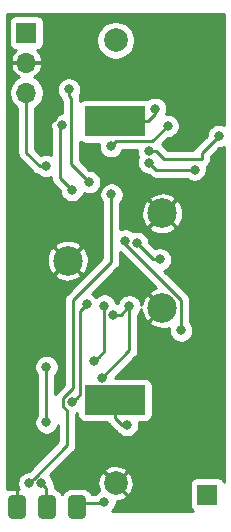
<source format=gbr>
G04 #@! TF.GenerationSoftware,KiCad,Pcbnew,(5.1.5)-3*
G04 #@! TF.CreationDate,2020-01-09T06:37:15+01:00*
G04 #@! TF.ProjectId,LoraTrigger,4c6f7261-5472-4696-9767-65722e6b6963,rev?*
G04 #@! TF.SameCoordinates,Original*
G04 #@! TF.FileFunction,Copper,L2,Bot*
G04 #@! TF.FilePolarity,Positive*
%FSLAX46Y46*%
G04 Gerber Fmt 4.6, Leading zero omitted, Abs format (unit mm)*
G04 Created by KiCad (PCBNEW (5.1.5)-3) date 2020-01-09 06:37:15*
%MOMM*%
%LPD*%
G04 APERTURE LIST*
%ADD10C,2.000000*%
%ADD11C,0.100000*%
%ADD12R,1.700000X1.700000*%
%ADD13O,1.700000X1.700000*%
%ADD14C,2.500000*%
%ADD15R,5.100000X2.500000*%
%ADD16C,0.800000*%
%ADD17C,0.250000*%
%ADD18C,0.254000*%
G04 APERTURE END LIST*
D10*
X108450000Y-42050000D03*
X108450000Y-79550000D03*
G04 #@! TA.AperFunction,ConnectorPad*
D11*
G36*
X100521756Y-80553806D02*
G01*
X100558159Y-80559206D01*
X100593857Y-80568147D01*
X100628506Y-80580545D01*
X100661774Y-80596280D01*
X100693339Y-80615199D01*
X100722897Y-80637121D01*
X100750165Y-80661835D01*
X100774879Y-80689103D01*
X100796801Y-80718661D01*
X100815720Y-80750226D01*
X100831455Y-80783494D01*
X100843853Y-80818143D01*
X100852794Y-80853841D01*
X100858194Y-80890244D01*
X100860000Y-80927000D01*
X100860000Y-82177000D01*
X100858194Y-82213756D01*
X100852794Y-82250159D01*
X100843853Y-82285857D01*
X100831455Y-82320506D01*
X100815720Y-82353774D01*
X100796801Y-82385339D01*
X100774879Y-82414897D01*
X100750165Y-82442165D01*
X100722897Y-82466879D01*
X100693339Y-82488801D01*
X100661774Y-82507720D01*
X100628506Y-82523455D01*
X100593857Y-82535853D01*
X100558159Y-82544794D01*
X100521756Y-82550194D01*
X100485000Y-82552000D01*
X99735000Y-82552000D01*
X99698244Y-82550194D01*
X99661841Y-82544794D01*
X99626143Y-82535853D01*
X99591494Y-82523455D01*
X99558226Y-82507720D01*
X99526661Y-82488801D01*
X99497103Y-82466879D01*
X99469835Y-82442165D01*
X99445121Y-82414897D01*
X99423199Y-82385339D01*
X99404280Y-82353774D01*
X99388545Y-82320506D01*
X99376147Y-82285857D01*
X99367206Y-82250159D01*
X99361806Y-82213756D01*
X99360000Y-82177000D01*
X99360000Y-80927000D01*
X99361806Y-80890244D01*
X99367206Y-80853841D01*
X99376147Y-80818143D01*
X99388545Y-80783494D01*
X99404280Y-80750226D01*
X99423199Y-80718661D01*
X99445121Y-80689103D01*
X99469835Y-80661835D01*
X99497103Y-80637121D01*
X99526661Y-80615199D01*
X99558226Y-80596280D01*
X99591494Y-80580545D01*
X99626143Y-80568147D01*
X99661841Y-80559206D01*
X99698244Y-80553806D01*
X99735000Y-80552000D01*
X100485000Y-80552000D01*
X100521756Y-80553806D01*
G37*
G04 #@! TD.AperFunction*
G04 #@! TA.AperFunction,ConnectorPad*
G36*
X105601756Y-80553806D02*
G01*
X105638159Y-80559206D01*
X105673857Y-80568147D01*
X105708506Y-80580545D01*
X105741774Y-80596280D01*
X105773339Y-80615199D01*
X105802897Y-80637121D01*
X105830165Y-80661835D01*
X105854879Y-80689103D01*
X105876801Y-80718661D01*
X105895720Y-80750226D01*
X105911455Y-80783494D01*
X105923853Y-80818143D01*
X105932794Y-80853841D01*
X105938194Y-80890244D01*
X105940000Y-80927000D01*
X105940000Y-82177000D01*
X105938194Y-82213756D01*
X105932794Y-82250159D01*
X105923853Y-82285857D01*
X105911455Y-82320506D01*
X105895720Y-82353774D01*
X105876801Y-82385339D01*
X105854879Y-82414897D01*
X105830165Y-82442165D01*
X105802897Y-82466879D01*
X105773339Y-82488801D01*
X105741774Y-82507720D01*
X105708506Y-82523455D01*
X105673857Y-82535853D01*
X105638159Y-82544794D01*
X105601756Y-82550194D01*
X105565000Y-82552000D01*
X104815000Y-82552000D01*
X104778244Y-82550194D01*
X104741841Y-82544794D01*
X104706143Y-82535853D01*
X104671494Y-82523455D01*
X104638226Y-82507720D01*
X104606661Y-82488801D01*
X104577103Y-82466879D01*
X104549835Y-82442165D01*
X104525121Y-82414897D01*
X104503199Y-82385339D01*
X104484280Y-82353774D01*
X104468545Y-82320506D01*
X104456147Y-82285857D01*
X104447206Y-82250159D01*
X104441806Y-82213756D01*
X104440000Y-82177000D01*
X104440000Y-80927000D01*
X104441806Y-80890244D01*
X104447206Y-80853841D01*
X104456147Y-80818143D01*
X104468545Y-80783494D01*
X104484280Y-80750226D01*
X104503199Y-80718661D01*
X104525121Y-80689103D01*
X104549835Y-80661835D01*
X104577103Y-80637121D01*
X104606661Y-80615199D01*
X104638226Y-80596280D01*
X104671494Y-80580545D01*
X104706143Y-80568147D01*
X104741841Y-80559206D01*
X104778244Y-80553806D01*
X104815000Y-80552000D01*
X105565000Y-80552000D01*
X105601756Y-80553806D01*
G37*
G04 #@! TD.AperFunction*
G04 #@! TA.AperFunction,ConnectorPad*
G36*
X103061756Y-80553806D02*
G01*
X103098159Y-80559206D01*
X103133857Y-80568147D01*
X103168506Y-80580545D01*
X103201774Y-80596280D01*
X103233339Y-80615199D01*
X103262897Y-80637121D01*
X103290165Y-80661835D01*
X103314879Y-80689103D01*
X103336801Y-80718661D01*
X103355720Y-80750226D01*
X103371455Y-80783494D01*
X103383853Y-80818143D01*
X103392794Y-80853841D01*
X103398194Y-80890244D01*
X103400000Y-80927000D01*
X103400000Y-82177000D01*
X103398194Y-82213756D01*
X103392794Y-82250159D01*
X103383853Y-82285857D01*
X103371455Y-82320506D01*
X103355720Y-82353774D01*
X103336801Y-82385339D01*
X103314879Y-82414897D01*
X103290165Y-82442165D01*
X103262897Y-82466879D01*
X103233339Y-82488801D01*
X103201774Y-82507720D01*
X103168506Y-82523455D01*
X103133857Y-82535853D01*
X103098159Y-82544794D01*
X103061756Y-82550194D01*
X103025000Y-82552000D01*
X102275000Y-82552000D01*
X102238244Y-82550194D01*
X102201841Y-82544794D01*
X102166143Y-82535853D01*
X102131494Y-82523455D01*
X102098226Y-82507720D01*
X102066661Y-82488801D01*
X102037103Y-82466879D01*
X102009835Y-82442165D01*
X101985121Y-82414897D01*
X101963199Y-82385339D01*
X101944280Y-82353774D01*
X101928545Y-82320506D01*
X101916147Y-82285857D01*
X101907206Y-82250159D01*
X101901806Y-82213756D01*
X101900000Y-82177000D01*
X101900000Y-80927000D01*
X101901806Y-80890244D01*
X101907206Y-80853841D01*
X101916147Y-80818143D01*
X101928545Y-80783494D01*
X101944280Y-80750226D01*
X101963199Y-80718661D01*
X101985121Y-80689103D01*
X102009835Y-80661835D01*
X102037103Y-80637121D01*
X102066661Y-80615199D01*
X102098226Y-80596280D01*
X102131494Y-80580545D01*
X102166143Y-80568147D01*
X102201841Y-80559206D01*
X102238244Y-80553806D01*
X102275000Y-80552000D01*
X103025000Y-80552000D01*
X103061756Y-80553806D01*
G37*
G04 #@! TD.AperFunction*
D12*
X116205000Y-80518000D03*
D13*
X100900000Y-46480000D03*
X100900000Y-43940000D03*
D12*
X100900000Y-41400000D03*
D14*
X104400000Y-60700000D03*
D15*
X108400000Y-72500000D03*
X108400000Y-48900000D03*
D14*
X112400000Y-56700000D03*
X112400000Y-64700000D03*
D16*
X106000000Y-64400000D03*
X104747677Y-72692688D03*
X107500000Y-64500000D03*
X106612547Y-69219717D03*
X110250013Y-59220854D03*
X112200000Y-60600000D03*
X102600000Y-69700000D03*
X102600000Y-74400000D03*
X102162660Y-79562660D03*
X108253338Y-65284932D03*
X109611190Y-64563490D03*
X107300000Y-70600000D03*
X114000000Y-66600000D03*
X109265026Y-59012453D03*
X101150000Y-79550000D03*
X108100000Y-55100000D03*
X100200000Y-57500000D03*
X114200000Y-55150000D03*
X99650000Y-78550000D03*
X114150000Y-75250000D03*
X116600000Y-59600000D03*
X116250000Y-47950000D03*
X115650000Y-40700000D03*
X112750000Y-40700000D03*
X107000000Y-45200000D03*
X104300000Y-43500000D03*
X100350000Y-52800000D03*
X100450000Y-61850000D03*
X103192193Y-48597503D03*
X105050000Y-40250000D03*
X104950000Y-41700000D03*
X115050000Y-58550000D03*
X107500000Y-81100000D03*
X109400000Y-74600000D03*
X111800000Y-47850000D03*
X102600000Y-52700000D03*
X117200000Y-50150000D03*
X111300000Y-51400000D03*
X108050000Y-51000000D03*
X112850000Y-49300000D03*
X111300000Y-52400000D03*
X115150000Y-53000000D03*
X104750000Y-54700000D03*
X103950000Y-49250000D03*
X106200000Y-54050000D03*
X104500000Y-46200000D03*
D17*
X106000000Y-64400000D02*
X105454989Y-64945011D01*
X105147676Y-72292689D02*
X104747677Y-72692688D01*
X105454989Y-64945011D02*
X105454989Y-71985376D01*
X105454989Y-71985376D02*
X105147676Y-72292689D01*
X107012546Y-68819718D02*
X106612547Y-69219717D01*
X107500000Y-64500000D02*
X107500000Y-68332264D01*
X107500000Y-68332264D02*
X107012546Y-68819718D01*
X111629159Y-60600000D02*
X112200000Y-60600000D01*
X110250013Y-59220854D02*
X111629159Y-60600000D01*
X102600000Y-69700000D02*
X102600000Y-74400000D01*
X102562659Y-79962659D02*
X102162660Y-79562660D01*
X102600000Y-80000000D02*
X102562659Y-79962659D01*
X102600000Y-81252000D02*
X102600000Y-80000000D01*
X108253338Y-65284932D02*
X108889748Y-65284932D01*
X108889748Y-65284932D02*
X109611190Y-64563490D01*
X109611190Y-64563490D02*
X109611190Y-68288810D01*
X109611190Y-68288810D02*
X107300000Y-70600000D01*
X114000000Y-66600000D02*
X114000000Y-64043843D01*
X109265026Y-59308869D02*
X109265026Y-59012453D01*
X114000000Y-64043843D02*
X109265026Y-59308869D01*
X101549999Y-79150001D02*
X101150000Y-79550000D01*
X108100000Y-55100000D02*
X108100000Y-60800000D01*
X104374998Y-76325002D02*
X101549999Y-79150001D01*
X104850000Y-64050000D02*
X104850000Y-71517363D01*
X104374998Y-73393011D02*
X104374998Y-76325002D01*
X108100000Y-60800000D02*
X104850000Y-64050000D01*
X104022676Y-73040689D02*
X104374998Y-73393011D01*
X104022676Y-72344687D02*
X104022676Y-73040689D01*
X104850000Y-71517363D02*
X104022676Y-72344687D01*
X100060000Y-81252000D02*
X100060000Y-81210000D01*
X100060000Y-81252000D02*
X100048000Y-81252000D01*
X105140000Y-81252000D02*
X107348000Y-81252000D01*
X107348000Y-81252000D02*
X107500000Y-81100000D01*
X109250000Y-49850000D02*
X109800000Y-49300000D01*
X109000000Y-74600000D02*
X109400000Y-74600000D01*
X108400000Y-72500000D02*
X108400000Y-74000000D01*
X108400000Y-74000000D02*
X109000000Y-74600000D01*
X111800000Y-48300000D02*
X111800000Y-47850000D01*
X108400000Y-48900000D02*
X111200000Y-48900000D01*
X111200000Y-48900000D02*
X111800000Y-48300000D01*
X100900000Y-47682081D02*
X100900000Y-46480000D01*
X102034315Y-52700000D02*
X100900000Y-51565685D01*
X100900000Y-51565685D02*
X100900000Y-47682081D01*
X102600000Y-52700000D02*
X102034315Y-52700000D01*
X116900000Y-50450000D02*
X117200000Y-50150000D01*
X111865685Y-51400000D02*
X112565685Y-52100000D01*
X111300000Y-51400000D02*
X111865685Y-51400000D01*
X112565685Y-52100000D02*
X115750000Y-52100000D01*
X115750000Y-51600000D02*
X117200000Y-50150000D01*
X115750000Y-52100000D02*
X115750000Y-51600000D01*
X111549999Y-50600001D02*
X112850000Y-49300000D01*
X108449999Y-50600001D02*
X111549999Y-50600001D01*
X108050000Y-51000000D02*
X108449999Y-50600001D01*
X111300000Y-52400000D02*
X111900000Y-53000000D01*
X111900000Y-53000000D02*
X115150000Y-53000000D01*
X103774990Y-53724990D02*
X103774990Y-51115685D01*
X104750000Y-54700000D02*
X103774990Y-53724990D01*
X103774990Y-51115685D02*
X103774990Y-49425010D01*
X103774990Y-49425010D02*
X103950000Y-49250000D01*
X104675002Y-52525002D02*
X104675002Y-46940687D01*
X104675002Y-46940687D02*
X104500000Y-46765685D01*
X104500000Y-46765685D02*
X104500000Y-46200000D01*
X106200000Y-54050000D02*
X104675002Y-52525002D01*
D18*
G36*
X117640000Y-49211978D02*
G01*
X117501898Y-49154774D01*
X117301939Y-49115000D01*
X117098061Y-49115000D01*
X116898102Y-49154774D01*
X116709744Y-49232795D01*
X116540226Y-49346063D01*
X116396063Y-49490226D01*
X116282795Y-49659744D01*
X116204774Y-49848102D01*
X116165000Y-50048061D01*
X116165000Y-50110198D01*
X115238998Y-51036201D01*
X115210000Y-51059999D01*
X115115026Y-51175724D01*
X115044454Y-51307753D01*
X115034672Y-51340000D01*
X112880487Y-51340000D01*
X112429488Y-50889002D01*
X112405686Y-50859999D01*
X112383231Y-50841570D01*
X112889802Y-50335000D01*
X112951939Y-50335000D01*
X113151898Y-50295226D01*
X113340256Y-50217205D01*
X113509774Y-50103937D01*
X113653937Y-49959774D01*
X113767205Y-49790256D01*
X113845226Y-49601898D01*
X113885000Y-49401939D01*
X113885000Y-49198061D01*
X113845226Y-48998102D01*
X113767205Y-48809744D01*
X113653937Y-48640226D01*
X113509774Y-48496063D01*
X113340256Y-48382795D01*
X113151898Y-48304774D01*
X112951939Y-48265000D01*
X112748377Y-48265000D01*
X112795226Y-48151898D01*
X112835000Y-47951939D01*
X112835000Y-47748061D01*
X112795226Y-47548102D01*
X112717205Y-47359744D01*
X112603937Y-47190226D01*
X112459774Y-47046063D01*
X112290256Y-46932795D01*
X112101898Y-46854774D01*
X111901939Y-46815000D01*
X111698061Y-46815000D01*
X111498102Y-46854774D01*
X111309744Y-46932795D01*
X111142214Y-47044734D01*
X111074482Y-47024188D01*
X110950000Y-47011928D01*
X105850000Y-47011928D01*
X105725518Y-47024188D01*
X105605820Y-47060498D01*
X105495506Y-47119463D01*
X105435002Y-47169117D01*
X105435002Y-46978009D01*
X105438678Y-46940686D01*
X105435002Y-46903363D01*
X105435002Y-46903354D01*
X105424005Y-46791701D01*
X105400718Y-46714931D01*
X105417205Y-46690256D01*
X105495226Y-46501898D01*
X105535000Y-46301939D01*
X105535000Y-46098061D01*
X105495226Y-45898102D01*
X105417205Y-45709744D01*
X105303937Y-45540226D01*
X105159774Y-45396063D01*
X104990256Y-45282795D01*
X104801898Y-45204774D01*
X104601939Y-45165000D01*
X104398061Y-45165000D01*
X104198102Y-45204774D01*
X104009744Y-45282795D01*
X103840226Y-45396063D01*
X103696063Y-45540226D01*
X103582795Y-45709744D01*
X103504774Y-45898102D01*
X103465000Y-46098061D01*
X103465000Y-46301939D01*
X103504774Y-46501898D01*
X103582795Y-46690256D01*
X103696063Y-46859774D01*
X103751014Y-46914725D01*
X103790854Y-47046063D01*
X103794454Y-47057931D01*
X103865026Y-47189961D01*
X103885597Y-47215026D01*
X103915003Y-47250858D01*
X103915003Y-48215000D01*
X103848061Y-48215000D01*
X103648102Y-48254774D01*
X103459744Y-48332795D01*
X103290226Y-48446063D01*
X103146063Y-48590226D01*
X103032795Y-48759744D01*
X102954774Y-48948102D01*
X102915000Y-49148061D01*
X102915000Y-49351939D01*
X102954774Y-49551898D01*
X103014991Y-49697273D01*
X103014990Y-51153017D01*
X103014991Y-51153027D01*
X103014991Y-51751619D01*
X102901898Y-51704774D01*
X102701939Y-51665000D01*
X102498061Y-51665000D01*
X102298102Y-51704774D01*
X102167845Y-51758729D01*
X101660000Y-51250884D01*
X101660000Y-47758178D01*
X101846632Y-47633475D01*
X102053475Y-47426632D01*
X102215990Y-47183411D01*
X102327932Y-46913158D01*
X102385000Y-46626260D01*
X102385000Y-46333740D01*
X102327932Y-46046842D01*
X102215990Y-45776589D01*
X102053475Y-45533368D01*
X101846632Y-45326525D01*
X101603411Y-45164010D01*
X101555471Y-45144153D01*
X101638991Y-45101905D01*
X101851468Y-44935409D01*
X102027380Y-44730660D01*
X102159968Y-44495527D01*
X102244136Y-44239045D01*
X102256259Y-44178097D01*
X102145038Y-43963000D01*
X100923000Y-43963000D01*
X100923000Y-43983000D01*
X100877000Y-43983000D01*
X100877000Y-43963000D01*
X99654962Y-43963000D01*
X99543741Y-44178097D01*
X99555864Y-44239045D01*
X99640032Y-44495527D01*
X99772620Y-44730660D01*
X99948532Y-44935409D01*
X100161009Y-45101905D01*
X100244529Y-45144153D01*
X100196589Y-45164010D01*
X99953368Y-45326525D01*
X99746525Y-45533368D01*
X99584010Y-45776589D01*
X99472068Y-46046842D01*
X99415000Y-46333740D01*
X99415000Y-46626260D01*
X99472068Y-46913158D01*
X99584010Y-47183411D01*
X99746525Y-47426632D01*
X99953368Y-47633475D01*
X100140001Y-47758179D01*
X100140000Y-51528362D01*
X100136324Y-51565685D01*
X100140000Y-51603007D01*
X100140000Y-51603017D01*
X100150997Y-51714670D01*
X100194454Y-51857931D01*
X100265026Y-51989961D01*
X100277183Y-52004774D01*
X100359999Y-52105686D01*
X100389002Y-52129489D01*
X101470516Y-53211003D01*
X101494314Y-53240001D01*
X101610039Y-53334974D01*
X101742068Y-53405546D01*
X101885276Y-53448987D01*
X101940226Y-53503937D01*
X102109744Y-53617205D01*
X102298102Y-53695226D01*
X102498061Y-53735000D01*
X102701939Y-53735000D01*
X102901898Y-53695226D01*
X103014990Y-53648381D01*
X103014990Y-53687667D01*
X103011314Y-53724990D01*
X103014990Y-53762312D01*
X103014990Y-53762322D01*
X103025987Y-53873975D01*
X103069444Y-54017236D01*
X103140016Y-54149266D01*
X103142210Y-54151939D01*
X103234989Y-54264991D01*
X103263992Y-54288794D01*
X103715000Y-54739801D01*
X103715000Y-54801939D01*
X103754774Y-55001898D01*
X103832795Y-55190256D01*
X103946063Y-55359774D01*
X104090226Y-55503937D01*
X104259744Y-55617205D01*
X104448102Y-55695226D01*
X104648061Y-55735000D01*
X104851939Y-55735000D01*
X105051898Y-55695226D01*
X105240256Y-55617205D01*
X105409774Y-55503937D01*
X105553937Y-55359774D01*
X105667205Y-55190256D01*
X105745226Y-55001898D01*
X105748901Y-54983424D01*
X105898102Y-55045226D01*
X106098061Y-55085000D01*
X106301939Y-55085000D01*
X106501898Y-55045226D01*
X106690256Y-54967205D01*
X106859774Y-54853937D01*
X107003937Y-54709774D01*
X107117205Y-54540256D01*
X107195226Y-54351898D01*
X107235000Y-54151939D01*
X107235000Y-53948061D01*
X107195226Y-53748102D01*
X107117205Y-53559744D01*
X107003937Y-53390226D01*
X106859774Y-53246063D01*
X106690256Y-53132795D01*
X106501898Y-53054774D01*
X106301939Y-53015000D01*
X106239802Y-53015000D01*
X105435002Y-52210201D01*
X105435002Y-50630883D01*
X105495506Y-50680537D01*
X105605820Y-50739502D01*
X105725518Y-50775812D01*
X105850000Y-50788072D01*
X107036878Y-50788072D01*
X107015000Y-50898061D01*
X107015000Y-51101939D01*
X107054774Y-51301898D01*
X107132795Y-51490256D01*
X107246063Y-51659774D01*
X107390226Y-51803937D01*
X107559744Y-51917205D01*
X107748102Y-51995226D01*
X107948061Y-52035000D01*
X108151939Y-52035000D01*
X108351898Y-51995226D01*
X108540256Y-51917205D01*
X108709774Y-51803937D01*
X108853937Y-51659774D01*
X108967205Y-51490256D01*
X109021159Y-51360001D01*
X110265000Y-51360001D01*
X110265000Y-51501939D01*
X110304774Y-51701898D01*
X110382795Y-51890256D01*
X110389306Y-51900000D01*
X110382795Y-51909744D01*
X110304774Y-52098102D01*
X110265000Y-52298061D01*
X110265000Y-52501939D01*
X110304774Y-52701898D01*
X110382795Y-52890256D01*
X110496063Y-53059774D01*
X110640226Y-53203937D01*
X110809744Y-53317205D01*
X110998102Y-53395226D01*
X111198061Y-53435000D01*
X111260198Y-53435000D01*
X111336200Y-53511002D01*
X111359999Y-53540001D01*
X111388997Y-53563799D01*
X111475723Y-53634974D01*
X111588446Y-53695226D01*
X111607753Y-53705546D01*
X111751014Y-53749003D01*
X111862667Y-53760000D01*
X111862676Y-53760000D01*
X111899999Y-53763676D01*
X111937322Y-53760000D01*
X114446289Y-53760000D01*
X114490226Y-53803937D01*
X114659744Y-53917205D01*
X114848102Y-53995226D01*
X115048061Y-54035000D01*
X115251939Y-54035000D01*
X115451898Y-53995226D01*
X115640256Y-53917205D01*
X115809774Y-53803937D01*
X115953937Y-53659774D01*
X116067205Y-53490256D01*
X116145226Y-53301898D01*
X116185000Y-53101939D01*
X116185000Y-52898061D01*
X116154647Y-52745466D01*
X116174276Y-52734974D01*
X116290001Y-52640001D01*
X116384974Y-52524276D01*
X116455546Y-52392247D01*
X116499003Y-52248986D01*
X116513677Y-52100000D01*
X116510000Y-52062667D01*
X116510000Y-51914801D01*
X117239802Y-51185000D01*
X117301939Y-51185000D01*
X117501898Y-51145226D01*
X117640000Y-51088022D01*
X117640001Y-79415399D01*
X117585537Y-79313506D01*
X117506185Y-79216815D01*
X117409494Y-79137463D01*
X117299180Y-79078498D01*
X117179482Y-79042188D01*
X117055000Y-79029928D01*
X115355000Y-79029928D01*
X115230518Y-79042188D01*
X115110820Y-79078498D01*
X115000506Y-79137463D01*
X114903815Y-79216815D01*
X114824463Y-79313506D01*
X114765498Y-79423820D01*
X114729188Y-79543518D01*
X114716928Y-79668000D01*
X114716928Y-81368000D01*
X114729188Y-81492482D01*
X114765498Y-81612180D01*
X114824463Y-81722494D01*
X114903815Y-81819185D01*
X114990104Y-81890000D01*
X108173711Y-81890000D01*
X108303937Y-81759774D01*
X108417205Y-81590256D01*
X108495226Y-81401898D01*
X108535000Y-81201939D01*
X108535000Y-81074886D01*
X108712721Y-81061729D01*
X109002597Y-80981427D01*
X109271237Y-80846117D01*
X109333183Y-80804726D01*
X109425418Y-80557945D01*
X108450000Y-79582527D01*
X108435858Y-79596669D01*
X108403331Y-79564142D01*
X108417473Y-79550000D01*
X108482527Y-79550000D01*
X109457945Y-80525418D01*
X109704726Y-80433183D01*
X109852918Y-80171427D01*
X109947195Y-79885791D01*
X109983937Y-79587250D01*
X109961729Y-79287279D01*
X109881427Y-78997403D01*
X109746117Y-78728763D01*
X109704726Y-78666817D01*
X109457945Y-78574582D01*
X108482527Y-79550000D01*
X108417473Y-79550000D01*
X107442055Y-78574582D01*
X107195274Y-78666817D01*
X107047082Y-78928573D01*
X106952805Y-79214209D01*
X106916063Y-79512750D01*
X106938271Y-79812721D01*
X107018573Y-80102597D01*
X107050471Y-80165925D01*
X107009744Y-80182795D01*
X106840226Y-80296063D01*
X106696063Y-80440226D01*
X106661469Y-80492000D01*
X106475666Y-80492000D01*
X106407339Y-80364167D01*
X106281350Y-80210650D01*
X106127833Y-80084661D01*
X105952686Y-79991044D01*
X105762641Y-79933394D01*
X105565000Y-79913928D01*
X104815000Y-79913928D01*
X104617359Y-79933394D01*
X104427314Y-79991044D01*
X104252167Y-80084661D01*
X104098650Y-80210650D01*
X103972661Y-80364167D01*
X103920000Y-80462690D01*
X103867339Y-80364167D01*
X103741350Y-80210650D01*
X103587833Y-80084661D01*
X103412686Y-79991044D01*
X103361257Y-79975443D01*
X103360000Y-79962677D01*
X103360000Y-79962667D01*
X103349003Y-79851014D01*
X103305546Y-79707753D01*
X103234974Y-79575724D01*
X103197660Y-79530257D01*
X103197660Y-79460721D01*
X103157886Y-79260762D01*
X103079865Y-79072404D01*
X102966597Y-78902886D01*
X102919256Y-78855545D01*
X103232746Y-78542055D01*
X107474582Y-78542055D01*
X108450000Y-79517473D01*
X109425418Y-78542055D01*
X109333183Y-78295274D01*
X109071427Y-78147082D01*
X108785791Y-78052805D01*
X108487250Y-78016063D01*
X108187279Y-78038271D01*
X107897403Y-78118573D01*
X107628763Y-78253883D01*
X107566817Y-78295274D01*
X107474582Y-78542055D01*
X103232746Y-78542055D01*
X104886001Y-76888801D01*
X104914999Y-76865003D01*
X104941330Y-76832919D01*
X105009972Y-76749279D01*
X105080544Y-76617249D01*
X105124001Y-76473988D01*
X105134998Y-76362335D01*
X105134998Y-76362325D01*
X105138674Y-76325002D01*
X105134998Y-76287679D01*
X105134998Y-73652530D01*
X105211928Y-73620665D01*
X105211928Y-73750000D01*
X105224188Y-73874482D01*
X105260498Y-73994180D01*
X105319463Y-74104494D01*
X105398815Y-74201185D01*
X105495506Y-74280537D01*
X105605820Y-74339502D01*
X105725518Y-74375812D01*
X105850000Y-74388072D01*
X107745674Y-74388072D01*
X107765026Y-74424276D01*
X107828763Y-74501939D01*
X107860000Y-74540001D01*
X107888998Y-74563799D01*
X108436200Y-75111002D01*
X108459999Y-75140001D01*
X108488997Y-75163799D01*
X108575723Y-75234974D01*
X108581586Y-75238108D01*
X108596063Y-75259774D01*
X108740226Y-75403937D01*
X108909744Y-75517205D01*
X109098102Y-75595226D01*
X109298061Y-75635000D01*
X109501939Y-75635000D01*
X109701898Y-75595226D01*
X109890256Y-75517205D01*
X110059774Y-75403937D01*
X110203937Y-75259774D01*
X110317205Y-75090256D01*
X110395226Y-74901898D01*
X110435000Y-74701939D01*
X110435000Y-74498061D01*
X110413122Y-74388072D01*
X110950000Y-74388072D01*
X111074482Y-74375812D01*
X111194180Y-74339502D01*
X111304494Y-74280537D01*
X111401185Y-74201185D01*
X111480537Y-74104494D01*
X111539502Y-73994180D01*
X111575812Y-73874482D01*
X111588072Y-73750000D01*
X111588072Y-71250000D01*
X111575812Y-71125518D01*
X111539502Y-71005820D01*
X111480537Y-70895506D01*
X111401185Y-70798815D01*
X111304494Y-70719463D01*
X111194180Y-70660498D01*
X111074482Y-70624188D01*
X110950000Y-70611928D01*
X108362873Y-70611928D01*
X110122193Y-68852609D01*
X110151191Y-68828811D01*
X110246164Y-68713086D01*
X110316736Y-68581057D01*
X110360193Y-68437796D01*
X110371190Y-68326143D01*
X110371190Y-68326134D01*
X110374866Y-68288811D01*
X110371190Y-68251488D01*
X110371190Y-65267201D01*
X110415127Y-65223264D01*
X110528395Y-65053746D01*
X110606416Y-64865388D01*
X110623961Y-64777181D01*
X110640130Y-65002022D01*
X110732867Y-65339553D01*
X110889671Y-65652505D01*
X110942021Y-65730853D01*
X111214403Y-65853071D01*
X112367473Y-64700000D01*
X111214403Y-63546929D01*
X110942021Y-63669147D01*
X110768927Y-63973391D01*
X110658513Y-64305560D01*
X110641766Y-64439309D01*
X110606416Y-64261592D01*
X110528395Y-64073234D01*
X110415127Y-63903716D01*
X110270964Y-63759553D01*
X110101446Y-63646285D01*
X109913088Y-63568264D01*
X109713129Y-63528490D01*
X109509251Y-63528490D01*
X109309292Y-63568264D01*
X109120934Y-63646285D01*
X108951416Y-63759553D01*
X108807253Y-63903716D01*
X108693985Y-64073234D01*
X108615964Y-64261592D01*
X108606175Y-64310806D01*
X108555236Y-64289706D01*
X108511726Y-64281051D01*
X108495226Y-64198102D01*
X108417205Y-64009744D01*
X108303937Y-63840226D01*
X108159774Y-63696063D01*
X107990256Y-63582795D01*
X107801898Y-63504774D01*
X107601939Y-63465000D01*
X107398061Y-63465000D01*
X107198102Y-63504774D01*
X107009744Y-63582795D01*
X106840226Y-63696063D01*
X106800000Y-63736289D01*
X106659774Y-63596063D01*
X106491305Y-63483496D01*
X108611003Y-61363799D01*
X108640001Y-61340001D01*
X108705842Y-61259774D01*
X108734974Y-61224277D01*
X108805546Y-61092247D01*
X108832915Y-61002022D01*
X108849003Y-60948986D01*
X108860000Y-60837333D01*
X108860000Y-60837324D01*
X108863676Y-60800001D01*
X108860000Y-60762678D01*
X108860000Y-59978644D01*
X111881078Y-62999723D01*
X111760447Y-63032867D01*
X111447495Y-63189671D01*
X111369147Y-63242021D01*
X111246929Y-63514403D01*
X112400000Y-64667473D01*
X112414142Y-64653331D01*
X112446669Y-64685858D01*
X112432527Y-64700000D01*
X112446669Y-64714142D01*
X112414142Y-64746669D01*
X112400000Y-64732527D01*
X111246929Y-65885597D01*
X111369147Y-66157979D01*
X111673391Y-66331073D01*
X112005560Y-66441487D01*
X112352885Y-66484977D01*
X112702022Y-66459870D01*
X112988239Y-66381232D01*
X112965000Y-66498061D01*
X112965000Y-66701939D01*
X113004774Y-66901898D01*
X113082795Y-67090256D01*
X113196063Y-67259774D01*
X113340226Y-67403937D01*
X113509744Y-67517205D01*
X113698102Y-67595226D01*
X113898061Y-67635000D01*
X114101939Y-67635000D01*
X114301898Y-67595226D01*
X114490256Y-67517205D01*
X114659774Y-67403937D01*
X114803937Y-67259774D01*
X114917205Y-67090256D01*
X114995226Y-66901898D01*
X115035000Y-66701939D01*
X115035000Y-66498061D01*
X114995226Y-66298102D01*
X114917205Y-66109744D01*
X114803937Y-65940226D01*
X114760000Y-65896289D01*
X114760000Y-64081165D01*
X114763676Y-64043842D01*
X114760000Y-64006519D01*
X114760000Y-64006510D01*
X114749003Y-63894857D01*
X114705546Y-63751596D01*
X114634974Y-63619567D01*
X114568853Y-63538998D01*
X114563799Y-63532839D01*
X114563795Y-63532835D01*
X114540001Y-63503842D01*
X114511008Y-63480048D01*
X112589782Y-61558823D01*
X112690256Y-61517205D01*
X112859774Y-61403937D01*
X113003937Y-61259774D01*
X113117205Y-61090256D01*
X113195226Y-60901898D01*
X113235000Y-60701939D01*
X113235000Y-60498061D01*
X113195226Y-60298102D01*
X113117205Y-60109744D01*
X113003937Y-59940226D01*
X112859774Y-59796063D01*
X112690256Y-59682795D01*
X112501898Y-59604774D01*
X112301939Y-59565000D01*
X112098061Y-59565000D01*
X111898102Y-59604774D01*
X111764199Y-59660239D01*
X111285013Y-59181053D01*
X111285013Y-59118915D01*
X111245239Y-58918956D01*
X111167218Y-58730598D01*
X111053950Y-58561080D01*
X110909787Y-58416917D01*
X110740269Y-58303649D01*
X110551911Y-58225628D01*
X110351952Y-58185854D01*
X110148074Y-58185854D01*
X109948115Y-58225628D01*
X109943729Y-58227445D01*
X109924800Y-58208516D01*
X109755282Y-58095248D01*
X109566924Y-58017227D01*
X109366965Y-57977453D01*
X109163087Y-57977453D01*
X108963128Y-58017227D01*
X108860000Y-58059944D01*
X108860000Y-57885597D01*
X111246929Y-57885597D01*
X111369147Y-58157979D01*
X111673391Y-58331073D01*
X112005560Y-58441487D01*
X112352885Y-58484977D01*
X112702022Y-58459870D01*
X113039553Y-58367133D01*
X113352505Y-58210329D01*
X113430853Y-58157979D01*
X113553071Y-57885597D01*
X112400000Y-56732527D01*
X111246929Y-57885597D01*
X108860000Y-57885597D01*
X108860000Y-56652885D01*
X110615023Y-56652885D01*
X110640130Y-57002022D01*
X110732867Y-57339553D01*
X110889671Y-57652505D01*
X110942021Y-57730853D01*
X111214403Y-57853071D01*
X112367473Y-56700000D01*
X112432527Y-56700000D01*
X113585597Y-57853071D01*
X113857979Y-57730853D01*
X114031073Y-57426609D01*
X114141487Y-57094440D01*
X114184977Y-56747115D01*
X114159870Y-56397978D01*
X114067133Y-56060447D01*
X113910329Y-55747495D01*
X113857979Y-55669147D01*
X113585597Y-55546929D01*
X112432527Y-56700000D01*
X112367473Y-56700000D01*
X111214403Y-55546929D01*
X110942021Y-55669147D01*
X110768927Y-55973391D01*
X110658513Y-56305560D01*
X110615023Y-56652885D01*
X108860000Y-56652885D01*
X108860000Y-55803711D01*
X108903937Y-55759774D01*
X109017205Y-55590256D01*
X109048624Y-55514403D01*
X111246929Y-55514403D01*
X112400000Y-56667473D01*
X113553071Y-55514403D01*
X113430853Y-55242021D01*
X113126609Y-55068927D01*
X112794440Y-54958513D01*
X112447115Y-54915023D01*
X112097978Y-54940130D01*
X111760447Y-55032867D01*
X111447495Y-55189671D01*
X111369147Y-55242021D01*
X111246929Y-55514403D01*
X109048624Y-55514403D01*
X109095226Y-55401898D01*
X109135000Y-55201939D01*
X109135000Y-54998061D01*
X109095226Y-54798102D01*
X109017205Y-54609744D01*
X108903937Y-54440226D01*
X108759774Y-54296063D01*
X108590256Y-54182795D01*
X108401898Y-54104774D01*
X108201939Y-54065000D01*
X107998061Y-54065000D01*
X107798102Y-54104774D01*
X107609744Y-54182795D01*
X107440226Y-54296063D01*
X107296063Y-54440226D01*
X107182795Y-54609744D01*
X107104774Y-54798102D01*
X107065000Y-54998061D01*
X107065000Y-55201939D01*
X107104774Y-55401898D01*
X107182795Y-55590256D01*
X107296063Y-55759774D01*
X107340000Y-55803711D01*
X107340001Y-60485197D01*
X104339003Y-63486196D01*
X104309999Y-63509999D01*
X104279692Y-63546929D01*
X104215026Y-63625724D01*
X104204036Y-63646285D01*
X104144454Y-63757754D01*
X104100997Y-63901015D01*
X104090000Y-64012668D01*
X104090000Y-64012678D01*
X104086324Y-64050000D01*
X104090000Y-64087322D01*
X104090001Y-71202560D01*
X103511678Y-71780884D01*
X103482675Y-71804686D01*
X103456656Y-71836391D01*
X103387702Y-71920411D01*
X103360000Y-71972237D01*
X103360000Y-70403711D01*
X103403937Y-70359774D01*
X103517205Y-70190256D01*
X103595226Y-70001898D01*
X103635000Y-69801939D01*
X103635000Y-69598061D01*
X103595226Y-69398102D01*
X103517205Y-69209744D01*
X103403937Y-69040226D01*
X103259774Y-68896063D01*
X103090256Y-68782795D01*
X102901898Y-68704774D01*
X102701939Y-68665000D01*
X102498061Y-68665000D01*
X102298102Y-68704774D01*
X102109744Y-68782795D01*
X101940226Y-68896063D01*
X101796063Y-69040226D01*
X101682795Y-69209744D01*
X101604774Y-69398102D01*
X101565000Y-69598061D01*
X101565000Y-69801939D01*
X101604774Y-70001898D01*
X101682795Y-70190256D01*
X101796063Y-70359774D01*
X101840000Y-70403711D01*
X101840001Y-73696288D01*
X101796063Y-73740226D01*
X101682795Y-73909744D01*
X101604774Y-74098102D01*
X101565000Y-74298061D01*
X101565000Y-74501939D01*
X101604774Y-74701898D01*
X101682795Y-74890256D01*
X101796063Y-75059774D01*
X101940226Y-75203937D01*
X102109744Y-75317205D01*
X102298102Y-75395226D01*
X102498061Y-75435000D01*
X102701939Y-75435000D01*
X102901898Y-75395226D01*
X103090256Y-75317205D01*
X103259774Y-75203937D01*
X103403937Y-75059774D01*
X103517205Y-74890256D01*
X103595226Y-74701898D01*
X103614998Y-74602495D01*
X103614999Y-76010199D01*
X101110199Y-78515000D01*
X101048061Y-78515000D01*
X100848102Y-78554774D01*
X100659744Y-78632795D01*
X100490226Y-78746063D01*
X100346063Y-78890226D01*
X100232795Y-79059744D01*
X100154774Y-79248102D01*
X100115000Y-79448061D01*
X100115000Y-79651939D01*
X100154774Y-79851898D01*
X100232795Y-80040256D01*
X100239484Y-80050266D01*
X100133000Y-80156750D01*
X100133000Y-81529000D01*
X100153000Y-81529000D01*
X100153000Y-81575000D01*
X100133000Y-81575000D01*
X100133000Y-81595000D01*
X100087000Y-81595000D01*
X100087000Y-81575000D01*
X100067000Y-81575000D01*
X100067000Y-81529000D01*
X100087000Y-81529000D01*
X100087000Y-80156750D01*
X99955250Y-80025000D01*
X99360000Y-80022450D01*
X99260000Y-80032299D01*
X99260000Y-61885597D01*
X103246929Y-61885597D01*
X103369147Y-62157979D01*
X103673391Y-62331073D01*
X104005560Y-62441487D01*
X104352885Y-62484977D01*
X104702022Y-62459870D01*
X105039553Y-62367133D01*
X105352505Y-62210329D01*
X105430853Y-62157979D01*
X105553071Y-61885597D01*
X104400000Y-60732527D01*
X103246929Y-61885597D01*
X99260000Y-61885597D01*
X99260000Y-60652885D01*
X102615023Y-60652885D01*
X102640130Y-61002022D01*
X102732867Y-61339553D01*
X102889671Y-61652505D01*
X102942021Y-61730853D01*
X103214403Y-61853071D01*
X104367473Y-60700000D01*
X104432527Y-60700000D01*
X105585597Y-61853071D01*
X105857979Y-61730853D01*
X106031073Y-61426609D01*
X106141487Y-61094440D01*
X106184977Y-60747115D01*
X106159870Y-60397978D01*
X106067133Y-60060447D01*
X105910329Y-59747495D01*
X105857979Y-59669147D01*
X105585597Y-59546929D01*
X104432527Y-60700000D01*
X104367473Y-60700000D01*
X103214403Y-59546929D01*
X102942021Y-59669147D01*
X102768927Y-59973391D01*
X102658513Y-60305560D01*
X102615023Y-60652885D01*
X99260000Y-60652885D01*
X99260000Y-59514403D01*
X103246929Y-59514403D01*
X104400000Y-60667473D01*
X105553071Y-59514403D01*
X105430853Y-59242021D01*
X105126609Y-59068927D01*
X104794440Y-58958513D01*
X104447115Y-58915023D01*
X104097978Y-58940130D01*
X103760447Y-59032867D01*
X103447495Y-59189671D01*
X103369147Y-59242021D01*
X103246929Y-59514403D01*
X99260000Y-59514403D01*
X99260000Y-40550000D01*
X99411928Y-40550000D01*
X99411928Y-42250000D01*
X99424188Y-42374482D01*
X99460498Y-42494180D01*
X99519463Y-42604494D01*
X99598815Y-42701185D01*
X99695506Y-42780537D01*
X99805820Y-42839502D01*
X99925518Y-42875812D01*
X100023936Y-42885505D01*
X99948532Y-42944591D01*
X99772620Y-43149340D01*
X99640032Y-43384473D01*
X99555864Y-43640955D01*
X99543741Y-43701903D01*
X99654962Y-43917000D01*
X100877000Y-43917000D01*
X100877000Y-43897000D01*
X100923000Y-43897000D01*
X100923000Y-43917000D01*
X102145038Y-43917000D01*
X102256259Y-43701903D01*
X102244136Y-43640955D01*
X102159968Y-43384473D01*
X102027380Y-43149340D01*
X101851468Y-42944591D01*
X101776064Y-42885505D01*
X101874482Y-42875812D01*
X101994180Y-42839502D01*
X102104494Y-42780537D01*
X102201185Y-42701185D01*
X102280537Y-42604494D01*
X102339502Y-42494180D01*
X102375812Y-42374482D01*
X102388072Y-42250000D01*
X102388072Y-41888967D01*
X106815000Y-41888967D01*
X106815000Y-42211033D01*
X106877832Y-42526912D01*
X107001082Y-42824463D01*
X107180013Y-43092252D01*
X107407748Y-43319987D01*
X107675537Y-43498918D01*
X107973088Y-43622168D01*
X108288967Y-43685000D01*
X108611033Y-43685000D01*
X108926912Y-43622168D01*
X109224463Y-43498918D01*
X109492252Y-43319987D01*
X109719987Y-43092252D01*
X109898918Y-42824463D01*
X110022168Y-42526912D01*
X110085000Y-42211033D01*
X110085000Y-41888967D01*
X110022168Y-41573088D01*
X109898918Y-41275537D01*
X109719987Y-41007748D01*
X109492252Y-40780013D01*
X109224463Y-40601082D01*
X108926912Y-40477832D01*
X108611033Y-40415000D01*
X108288967Y-40415000D01*
X107973088Y-40477832D01*
X107675537Y-40601082D01*
X107407748Y-40780013D01*
X107180013Y-41007748D01*
X107001082Y-41275537D01*
X106877832Y-41573088D01*
X106815000Y-41888967D01*
X102388072Y-41888967D01*
X102388072Y-40550000D01*
X102375812Y-40425518D01*
X102339502Y-40305820D01*
X102280537Y-40195506D01*
X102201185Y-40098815D01*
X102104494Y-40019463D01*
X101994180Y-39960498D01*
X101874482Y-39924188D01*
X101750000Y-39911928D01*
X100050000Y-39911928D01*
X99925518Y-39924188D01*
X99805820Y-39960498D01*
X99695506Y-40019463D01*
X99598815Y-40098815D01*
X99519463Y-40195506D01*
X99460498Y-40305820D01*
X99424188Y-40425518D01*
X99411928Y-40550000D01*
X99260000Y-40550000D01*
X99260000Y-39826000D01*
X117640000Y-39826000D01*
X117640000Y-49211978D01*
G37*
X117640000Y-49211978D02*
X117501898Y-49154774D01*
X117301939Y-49115000D01*
X117098061Y-49115000D01*
X116898102Y-49154774D01*
X116709744Y-49232795D01*
X116540226Y-49346063D01*
X116396063Y-49490226D01*
X116282795Y-49659744D01*
X116204774Y-49848102D01*
X116165000Y-50048061D01*
X116165000Y-50110198D01*
X115238998Y-51036201D01*
X115210000Y-51059999D01*
X115115026Y-51175724D01*
X115044454Y-51307753D01*
X115034672Y-51340000D01*
X112880487Y-51340000D01*
X112429488Y-50889002D01*
X112405686Y-50859999D01*
X112383231Y-50841570D01*
X112889802Y-50335000D01*
X112951939Y-50335000D01*
X113151898Y-50295226D01*
X113340256Y-50217205D01*
X113509774Y-50103937D01*
X113653937Y-49959774D01*
X113767205Y-49790256D01*
X113845226Y-49601898D01*
X113885000Y-49401939D01*
X113885000Y-49198061D01*
X113845226Y-48998102D01*
X113767205Y-48809744D01*
X113653937Y-48640226D01*
X113509774Y-48496063D01*
X113340256Y-48382795D01*
X113151898Y-48304774D01*
X112951939Y-48265000D01*
X112748377Y-48265000D01*
X112795226Y-48151898D01*
X112835000Y-47951939D01*
X112835000Y-47748061D01*
X112795226Y-47548102D01*
X112717205Y-47359744D01*
X112603937Y-47190226D01*
X112459774Y-47046063D01*
X112290256Y-46932795D01*
X112101898Y-46854774D01*
X111901939Y-46815000D01*
X111698061Y-46815000D01*
X111498102Y-46854774D01*
X111309744Y-46932795D01*
X111142214Y-47044734D01*
X111074482Y-47024188D01*
X110950000Y-47011928D01*
X105850000Y-47011928D01*
X105725518Y-47024188D01*
X105605820Y-47060498D01*
X105495506Y-47119463D01*
X105435002Y-47169117D01*
X105435002Y-46978009D01*
X105438678Y-46940686D01*
X105435002Y-46903363D01*
X105435002Y-46903354D01*
X105424005Y-46791701D01*
X105400718Y-46714931D01*
X105417205Y-46690256D01*
X105495226Y-46501898D01*
X105535000Y-46301939D01*
X105535000Y-46098061D01*
X105495226Y-45898102D01*
X105417205Y-45709744D01*
X105303937Y-45540226D01*
X105159774Y-45396063D01*
X104990256Y-45282795D01*
X104801898Y-45204774D01*
X104601939Y-45165000D01*
X104398061Y-45165000D01*
X104198102Y-45204774D01*
X104009744Y-45282795D01*
X103840226Y-45396063D01*
X103696063Y-45540226D01*
X103582795Y-45709744D01*
X103504774Y-45898102D01*
X103465000Y-46098061D01*
X103465000Y-46301939D01*
X103504774Y-46501898D01*
X103582795Y-46690256D01*
X103696063Y-46859774D01*
X103751014Y-46914725D01*
X103790854Y-47046063D01*
X103794454Y-47057931D01*
X103865026Y-47189961D01*
X103885597Y-47215026D01*
X103915003Y-47250858D01*
X103915003Y-48215000D01*
X103848061Y-48215000D01*
X103648102Y-48254774D01*
X103459744Y-48332795D01*
X103290226Y-48446063D01*
X103146063Y-48590226D01*
X103032795Y-48759744D01*
X102954774Y-48948102D01*
X102915000Y-49148061D01*
X102915000Y-49351939D01*
X102954774Y-49551898D01*
X103014991Y-49697273D01*
X103014990Y-51153017D01*
X103014991Y-51153027D01*
X103014991Y-51751619D01*
X102901898Y-51704774D01*
X102701939Y-51665000D01*
X102498061Y-51665000D01*
X102298102Y-51704774D01*
X102167845Y-51758729D01*
X101660000Y-51250884D01*
X101660000Y-47758178D01*
X101846632Y-47633475D01*
X102053475Y-47426632D01*
X102215990Y-47183411D01*
X102327932Y-46913158D01*
X102385000Y-46626260D01*
X102385000Y-46333740D01*
X102327932Y-46046842D01*
X102215990Y-45776589D01*
X102053475Y-45533368D01*
X101846632Y-45326525D01*
X101603411Y-45164010D01*
X101555471Y-45144153D01*
X101638991Y-45101905D01*
X101851468Y-44935409D01*
X102027380Y-44730660D01*
X102159968Y-44495527D01*
X102244136Y-44239045D01*
X102256259Y-44178097D01*
X102145038Y-43963000D01*
X100923000Y-43963000D01*
X100923000Y-43983000D01*
X100877000Y-43983000D01*
X100877000Y-43963000D01*
X99654962Y-43963000D01*
X99543741Y-44178097D01*
X99555864Y-44239045D01*
X99640032Y-44495527D01*
X99772620Y-44730660D01*
X99948532Y-44935409D01*
X100161009Y-45101905D01*
X100244529Y-45144153D01*
X100196589Y-45164010D01*
X99953368Y-45326525D01*
X99746525Y-45533368D01*
X99584010Y-45776589D01*
X99472068Y-46046842D01*
X99415000Y-46333740D01*
X99415000Y-46626260D01*
X99472068Y-46913158D01*
X99584010Y-47183411D01*
X99746525Y-47426632D01*
X99953368Y-47633475D01*
X100140001Y-47758179D01*
X100140000Y-51528362D01*
X100136324Y-51565685D01*
X100140000Y-51603007D01*
X100140000Y-51603017D01*
X100150997Y-51714670D01*
X100194454Y-51857931D01*
X100265026Y-51989961D01*
X100277183Y-52004774D01*
X100359999Y-52105686D01*
X100389002Y-52129489D01*
X101470516Y-53211003D01*
X101494314Y-53240001D01*
X101610039Y-53334974D01*
X101742068Y-53405546D01*
X101885276Y-53448987D01*
X101940226Y-53503937D01*
X102109744Y-53617205D01*
X102298102Y-53695226D01*
X102498061Y-53735000D01*
X102701939Y-53735000D01*
X102901898Y-53695226D01*
X103014990Y-53648381D01*
X103014990Y-53687667D01*
X103011314Y-53724990D01*
X103014990Y-53762312D01*
X103014990Y-53762322D01*
X103025987Y-53873975D01*
X103069444Y-54017236D01*
X103140016Y-54149266D01*
X103142210Y-54151939D01*
X103234989Y-54264991D01*
X103263992Y-54288794D01*
X103715000Y-54739801D01*
X103715000Y-54801939D01*
X103754774Y-55001898D01*
X103832795Y-55190256D01*
X103946063Y-55359774D01*
X104090226Y-55503937D01*
X104259744Y-55617205D01*
X104448102Y-55695226D01*
X104648061Y-55735000D01*
X104851939Y-55735000D01*
X105051898Y-55695226D01*
X105240256Y-55617205D01*
X105409774Y-55503937D01*
X105553937Y-55359774D01*
X105667205Y-55190256D01*
X105745226Y-55001898D01*
X105748901Y-54983424D01*
X105898102Y-55045226D01*
X106098061Y-55085000D01*
X106301939Y-55085000D01*
X106501898Y-55045226D01*
X106690256Y-54967205D01*
X106859774Y-54853937D01*
X107003937Y-54709774D01*
X107117205Y-54540256D01*
X107195226Y-54351898D01*
X107235000Y-54151939D01*
X107235000Y-53948061D01*
X107195226Y-53748102D01*
X107117205Y-53559744D01*
X107003937Y-53390226D01*
X106859774Y-53246063D01*
X106690256Y-53132795D01*
X106501898Y-53054774D01*
X106301939Y-53015000D01*
X106239802Y-53015000D01*
X105435002Y-52210201D01*
X105435002Y-50630883D01*
X105495506Y-50680537D01*
X105605820Y-50739502D01*
X105725518Y-50775812D01*
X105850000Y-50788072D01*
X107036878Y-50788072D01*
X107015000Y-50898061D01*
X107015000Y-51101939D01*
X107054774Y-51301898D01*
X107132795Y-51490256D01*
X107246063Y-51659774D01*
X107390226Y-51803937D01*
X107559744Y-51917205D01*
X107748102Y-51995226D01*
X107948061Y-52035000D01*
X108151939Y-52035000D01*
X108351898Y-51995226D01*
X108540256Y-51917205D01*
X108709774Y-51803937D01*
X108853937Y-51659774D01*
X108967205Y-51490256D01*
X109021159Y-51360001D01*
X110265000Y-51360001D01*
X110265000Y-51501939D01*
X110304774Y-51701898D01*
X110382795Y-51890256D01*
X110389306Y-51900000D01*
X110382795Y-51909744D01*
X110304774Y-52098102D01*
X110265000Y-52298061D01*
X110265000Y-52501939D01*
X110304774Y-52701898D01*
X110382795Y-52890256D01*
X110496063Y-53059774D01*
X110640226Y-53203937D01*
X110809744Y-53317205D01*
X110998102Y-53395226D01*
X111198061Y-53435000D01*
X111260198Y-53435000D01*
X111336200Y-53511002D01*
X111359999Y-53540001D01*
X111388997Y-53563799D01*
X111475723Y-53634974D01*
X111588446Y-53695226D01*
X111607753Y-53705546D01*
X111751014Y-53749003D01*
X111862667Y-53760000D01*
X111862676Y-53760000D01*
X111899999Y-53763676D01*
X111937322Y-53760000D01*
X114446289Y-53760000D01*
X114490226Y-53803937D01*
X114659744Y-53917205D01*
X114848102Y-53995226D01*
X115048061Y-54035000D01*
X115251939Y-54035000D01*
X115451898Y-53995226D01*
X115640256Y-53917205D01*
X115809774Y-53803937D01*
X115953937Y-53659774D01*
X116067205Y-53490256D01*
X116145226Y-53301898D01*
X116185000Y-53101939D01*
X116185000Y-52898061D01*
X116154647Y-52745466D01*
X116174276Y-52734974D01*
X116290001Y-52640001D01*
X116384974Y-52524276D01*
X116455546Y-52392247D01*
X116499003Y-52248986D01*
X116513677Y-52100000D01*
X116510000Y-52062667D01*
X116510000Y-51914801D01*
X117239802Y-51185000D01*
X117301939Y-51185000D01*
X117501898Y-51145226D01*
X117640000Y-51088022D01*
X117640001Y-79415399D01*
X117585537Y-79313506D01*
X117506185Y-79216815D01*
X117409494Y-79137463D01*
X117299180Y-79078498D01*
X117179482Y-79042188D01*
X117055000Y-79029928D01*
X115355000Y-79029928D01*
X115230518Y-79042188D01*
X115110820Y-79078498D01*
X115000506Y-79137463D01*
X114903815Y-79216815D01*
X114824463Y-79313506D01*
X114765498Y-79423820D01*
X114729188Y-79543518D01*
X114716928Y-79668000D01*
X114716928Y-81368000D01*
X114729188Y-81492482D01*
X114765498Y-81612180D01*
X114824463Y-81722494D01*
X114903815Y-81819185D01*
X114990104Y-81890000D01*
X108173711Y-81890000D01*
X108303937Y-81759774D01*
X108417205Y-81590256D01*
X108495226Y-81401898D01*
X108535000Y-81201939D01*
X108535000Y-81074886D01*
X108712721Y-81061729D01*
X109002597Y-80981427D01*
X109271237Y-80846117D01*
X109333183Y-80804726D01*
X109425418Y-80557945D01*
X108450000Y-79582527D01*
X108435858Y-79596669D01*
X108403331Y-79564142D01*
X108417473Y-79550000D01*
X108482527Y-79550000D01*
X109457945Y-80525418D01*
X109704726Y-80433183D01*
X109852918Y-80171427D01*
X109947195Y-79885791D01*
X109983937Y-79587250D01*
X109961729Y-79287279D01*
X109881427Y-78997403D01*
X109746117Y-78728763D01*
X109704726Y-78666817D01*
X109457945Y-78574582D01*
X108482527Y-79550000D01*
X108417473Y-79550000D01*
X107442055Y-78574582D01*
X107195274Y-78666817D01*
X107047082Y-78928573D01*
X106952805Y-79214209D01*
X106916063Y-79512750D01*
X106938271Y-79812721D01*
X107018573Y-80102597D01*
X107050471Y-80165925D01*
X107009744Y-80182795D01*
X106840226Y-80296063D01*
X106696063Y-80440226D01*
X106661469Y-80492000D01*
X106475666Y-80492000D01*
X106407339Y-80364167D01*
X106281350Y-80210650D01*
X106127833Y-80084661D01*
X105952686Y-79991044D01*
X105762641Y-79933394D01*
X105565000Y-79913928D01*
X104815000Y-79913928D01*
X104617359Y-79933394D01*
X104427314Y-79991044D01*
X104252167Y-80084661D01*
X104098650Y-80210650D01*
X103972661Y-80364167D01*
X103920000Y-80462690D01*
X103867339Y-80364167D01*
X103741350Y-80210650D01*
X103587833Y-80084661D01*
X103412686Y-79991044D01*
X103361257Y-79975443D01*
X103360000Y-79962677D01*
X103360000Y-79962667D01*
X103349003Y-79851014D01*
X103305546Y-79707753D01*
X103234974Y-79575724D01*
X103197660Y-79530257D01*
X103197660Y-79460721D01*
X103157886Y-79260762D01*
X103079865Y-79072404D01*
X102966597Y-78902886D01*
X102919256Y-78855545D01*
X103232746Y-78542055D01*
X107474582Y-78542055D01*
X108450000Y-79517473D01*
X109425418Y-78542055D01*
X109333183Y-78295274D01*
X109071427Y-78147082D01*
X108785791Y-78052805D01*
X108487250Y-78016063D01*
X108187279Y-78038271D01*
X107897403Y-78118573D01*
X107628763Y-78253883D01*
X107566817Y-78295274D01*
X107474582Y-78542055D01*
X103232746Y-78542055D01*
X104886001Y-76888801D01*
X104914999Y-76865003D01*
X104941330Y-76832919D01*
X105009972Y-76749279D01*
X105080544Y-76617249D01*
X105124001Y-76473988D01*
X105134998Y-76362335D01*
X105134998Y-76362325D01*
X105138674Y-76325002D01*
X105134998Y-76287679D01*
X105134998Y-73652530D01*
X105211928Y-73620665D01*
X105211928Y-73750000D01*
X105224188Y-73874482D01*
X105260498Y-73994180D01*
X105319463Y-74104494D01*
X105398815Y-74201185D01*
X105495506Y-74280537D01*
X105605820Y-74339502D01*
X105725518Y-74375812D01*
X105850000Y-74388072D01*
X107745674Y-74388072D01*
X107765026Y-74424276D01*
X107828763Y-74501939D01*
X107860000Y-74540001D01*
X107888998Y-74563799D01*
X108436200Y-75111002D01*
X108459999Y-75140001D01*
X108488997Y-75163799D01*
X108575723Y-75234974D01*
X108581586Y-75238108D01*
X108596063Y-75259774D01*
X108740226Y-75403937D01*
X108909744Y-75517205D01*
X109098102Y-75595226D01*
X109298061Y-75635000D01*
X109501939Y-75635000D01*
X109701898Y-75595226D01*
X109890256Y-75517205D01*
X110059774Y-75403937D01*
X110203937Y-75259774D01*
X110317205Y-75090256D01*
X110395226Y-74901898D01*
X110435000Y-74701939D01*
X110435000Y-74498061D01*
X110413122Y-74388072D01*
X110950000Y-74388072D01*
X111074482Y-74375812D01*
X111194180Y-74339502D01*
X111304494Y-74280537D01*
X111401185Y-74201185D01*
X111480537Y-74104494D01*
X111539502Y-73994180D01*
X111575812Y-73874482D01*
X111588072Y-73750000D01*
X111588072Y-71250000D01*
X111575812Y-71125518D01*
X111539502Y-71005820D01*
X111480537Y-70895506D01*
X111401185Y-70798815D01*
X111304494Y-70719463D01*
X111194180Y-70660498D01*
X111074482Y-70624188D01*
X110950000Y-70611928D01*
X108362873Y-70611928D01*
X110122193Y-68852609D01*
X110151191Y-68828811D01*
X110246164Y-68713086D01*
X110316736Y-68581057D01*
X110360193Y-68437796D01*
X110371190Y-68326143D01*
X110371190Y-68326134D01*
X110374866Y-68288811D01*
X110371190Y-68251488D01*
X110371190Y-65267201D01*
X110415127Y-65223264D01*
X110528395Y-65053746D01*
X110606416Y-64865388D01*
X110623961Y-64777181D01*
X110640130Y-65002022D01*
X110732867Y-65339553D01*
X110889671Y-65652505D01*
X110942021Y-65730853D01*
X111214403Y-65853071D01*
X112367473Y-64700000D01*
X111214403Y-63546929D01*
X110942021Y-63669147D01*
X110768927Y-63973391D01*
X110658513Y-64305560D01*
X110641766Y-64439309D01*
X110606416Y-64261592D01*
X110528395Y-64073234D01*
X110415127Y-63903716D01*
X110270964Y-63759553D01*
X110101446Y-63646285D01*
X109913088Y-63568264D01*
X109713129Y-63528490D01*
X109509251Y-63528490D01*
X109309292Y-63568264D01*
X109120934Y-63646285D01*
X108951416Y-63759553D01*
X108807253Y-63903716D01*
X108693985Y-64073234D01*
X108615964Y-64261592D01*
X108606175Y-64310806D01*
X108555236Y-64289706D01*
X108511726Y-64281051D01*
X108495226Y-64198102D01*
X108417205Y-64009744D01*
X108303937Y-63840226D01*
X108159774Y-63696063D01*
X107990256Y-63582795D01*
X107801898Y-63504774D01*
X107601939Y-63465000D01*
X107398061Y-63465000D01*
X107198102Y-63504774D01*
X107009744Y-63582795D01*
X106840226Y-63696063D01*
X106800000Y-63736289D01*
X106659774Y-63596063D01*
X106491305Y-63483496D01*
X108611003Y-61363799D01*
X108640001Y-61340001D01*
X108705842Y-61259774D01*
X108734974Y-61224277D01*
X108805546Y-61092247D01*
X108832915Y-61002022D01*
X108849003Y-60948986D01*
X108860000Y-60837333D01*
X108860000Y-60837324D01*
X108863676Y-60800001D01*
X108860000Y-60762678D01*
X108860000Y-59978644D01*
X111881078Y-62999723D01*
X111760447Y-63032867D01*
X111447495Y-63189671D01*
X111369147Y-63242021D01*
X111246929Y-63514403D01*
X112400000Y-64667473D01*
X112414142Y-64653331D01*
X112446669Y-64685858D01*
X112432527Y-64700000D01*
X112446669Y-64714142D01*
X112414142Y-64746669D01*
X112400000Y-64732527D01*
X111246929Y-65885597D01*
X111369147Y-66157979D01*
X111673391Y-66331073D01*
X112005560Y-66441487D01*
X112352885Y-66484977D01*
X112702022Y-66459870D01*
X112988239Y-66381232D01*
X112965000Y-66498061D01*
X112965000Y-66701939D01*
X113004774Y-66901898D01*
X113082795Y-67090256D01*
X113196063Y-67259774D01*
X113340226Y-67403937D01*
X113509744Y-67517205D01*
X113698102Y-67595226D01*
X113898061Y-67635000D01*
X114101939Y-67635000D01*
X114301898Y-67595226D01*
X114490256Y-67517205D01*
X114659774Y-67403937D01*
X114803937Y-67259774D01*
X114917205Y-67090256D01*
X114995226Y-66901898D01*
X115035000Y-66701939D01*
X115035000Y-66498061D01*
X114995226Y-66298102D01*
X114917205Y-66109744D01*
X114803937Y-65940226D01*
X114760000Y-65896289D01*
X114760000Y-64081165D01*
X114763676Y-64043842D01*
X114760000Y-64006519D01*
X114760000Y-64006510D01*
X114749003Y-63894857D01*
X114705546Y-63751596D01*
X114634974Y-63619567D01*
X114568853Y-63538998D01*
X114563799Y-63532839D01*
X114563795Y-63532835D01*
X114540001Y-63503842D01*
X114511008Y-63480048D01*
X112589782Y-61558823D01*
X112690256Y-61517205D01*
X112859774Y-61403937D01*
X113003937Y-61259774D01*
X113117205Y-61090256D01*
X113195226Y-60901898D01*
X113235000Y-60701939D01*
X113235000Y-60498061D01*
X113195226Y-60298102D01*
X113117205Y-60109744D01*
X113003937Y-59940226D01*
X112859774Y-59796063D01*
X112690256Y-59682795D01*
X112501898Y-59604774D01*
X112301939Y-59565000D01*
X112098061Y-59565000D01*
X111898102Y-59604774D01*
X111764199Y-59660239D01*
X111285013Y-59181053D01*
X111285013Y-59118915D01*
X111245239Y-58918956D01*
X111167218Y-58730598D01*
X111053950Y-58561080D01*
X110909787Y-58416917D01*
X110740269Y-58303649D01*
X110551911Y-58225628D01*
X110351952Y-58185854D01*
X110148074Y-58185854D01*
X109948115Y-58225628D01*
X109943729Y-58227445D01*
X109924800Y-58208516D01*
X109755282Y-58095248D01*
X109566924Y-58017227D01*
X109366965Y-57977453D01*
X109163087Y-57977453D01*
X108963128Y-58017227D01*
X108860000Y-58059944D01*
X108860000Y-57885597D01*
X111246929Y-57885597D01*
X111369147Y-58157979D01*
X111673391Y-58331073D01*
X112005560Y-58441487D01*
X112352885Y-58484977D01*
X112702022Y-58459870D01*
X113039553Y-58367133D01*
X113352505Y-58210329D01*
X113430853Y-58157979D01*
X113553071Y-57885597D01*
X112400000Y-56732527D01*
X111246929Y-57885597D01*
X108860000Y-57885597D01*
X108860000Y-56652885D01*
X110615023Y-56652885D01*
X110640130Y-57002022D01*
X110732867Y-57339553D01*
X110889671Y-57652505D01*
X110942021Y-57730853D01*
X111214403Y-57853071D01*
X112367473Y-56700000D01*
X112432527Y-56700000D01*
X113585597Y-57853071D01*
X113857979Y-57730853D01*
X114031073Y-57426609D01*
X114141487Y-57094440D01*
X114184977Y-56747115D01*
X114159870Y-56397978D01*
X114067133Y-56060447D01*
X113910329Y-55747495D01*
X113857979Y-55669147D01*
X113585597Y-55546929D01*
X112432527Y-56700000D01*
X112367473Y-56700000D01*
X111214403Y-55546929D01*
X110942021Y-55669147D01*
X110768927Y-55973391D01*
X110658513Y-56305560D01*
X110615023Y-56652885D01*
X108860000Y-56652885D01*
X108860000Y-55803711D01*
X108903937Y-55759774D01*
X109017205Y-55590256D01*
X109048624Y-55514403D01*
X111246929Y-55514403D01*
X112400000Y-56667473D01*
X113553071Y-55514403D01*
X113430853Y-55242021D01*
X113126609Y-55068927D01*
X112794440Y-54958513D01*
X112447115Y-54915023D01*
X112097978Y-54940130D01*
X111760447Y-55032867D01*
X111447495Y-55189671D01*
X111369147Y-55242021D01*
X111246929Y-55514403D01*
X109048624Y-55514403D01*
X109095226Y-55401898D01*
X109135000Y-55201939D01*
X109135000Y-54998061D01*
X109095226Y-54798102D01*
X109017205Y-54609744D01*
X108903937Y-54440226D01*
X108759774Y-54296063D01*
X108590256Y-54182795D01*
X108401898Y-54104774D01*
X108201939Y-54065000D01*
X107998061Y-54065000D01*
X107798102Y-54104774D01*
X107609744Y-54182795D01*
X107440226Y-54296063D01*
X107296063Y-54440226D01*
X107182795Y-54609744D01*
X107104774Y-54798102D01*
X107065000Y-54998061D01*
X107065000Y-55201939D01*
X107104774Y-55401898D01*
X107182795Y-55590256D01*
X107296063Y-55759774D01*
X107340000Y-55803711D01*
X107340001Y-60485197D01*
X104339003Y-63486196D01*
X104309999Y-63509999D01*
X104279692Y-63546929D01*
X104215026Y-63625724D01*
X104204036Y-63646285D01*
X104144454Y-63757754D01*
X104100997Y-63901015D01*
X104090000Y-64012668D01*
X104090000Y-64012678D01*
X104086324Y-64050000D01*
X104090000Y-64087322D01*
X104090001Y-71202560D01*
X103511678Y-71780884D01*
X103482675Y-71804686D01*
X103456656Y-71836391D01*
X103387702Y-71920411D01*
X103360000Y-71972237D01*
X103360000Y-70403711D01*
X103403937Y-70359774D01*
X103517205Y-70190256D01*
X103595226Y-70001898D01*
X103635000Y-69801939D01*
X103635000Y-69598061D01*
X103595226Y-69398102D01*
X103517205Y-69209744D01*
X103403937Y-69040226D01*
X103259774Y-68896063D01*
X103090256Y-68782795D01*
X102901898Y-68704774D01*
X102701939Y-68665000D01*
X102498061Y-68665000D01*
X102298102Y-68704774D01*
X102109744Y-68782795D01*
X101940226Y-68896063D01*
X101796063Y-69040226D01*
X101682795Y-69209744D01*
X101604774Y-69398102D01*
X101565000Y-69598061D01*
X101565000Y-69801939D01*
X101604774Y-70001898D01*
X101682795Y-70190256D01*
X101796063Y-70359774D01*
X101840000Y-70403711D01*
X101840001Y-73696288D01*
X101796063Y-73740226D01*
X101682795Y-73909744D01*
X101604774Y-74098102D01*
X101565000Y-74298061D01*
X101565000Y-74501939D01*
X101604774Y-74701898D01*
X101682795Y-74890256D01*
X101796063Y-75059774D01*
X101940226Y-75203937D01*
X102109744Y-75317205D01*
X102298102Y-75395226D01*
X102498061Y-75435000D01*
X102701939Y-75435000D01*
X102901898Y-75395226D01*
X103090256Y-75317205D01*
X103259774Y-75203937D01*
X103403937Y-75059774D01*
X103517205Y-74890256D01*
X103595226Y-74701898D01*
X103614998Y-74602495D01*
X103614999Y-76010199D01*
X101110199Y-78515000D01*
X101048061Y-78515000D01*
X100848102Y-78554774D01*
X100659744Y-78632795D01*
X100490226Y-78746063D01*
X100346063Y-78890226D01*
X100232795Y-79059744D01*
X100154774Y-79248102D01*
X100115000Y-79448061D01*
X100115000Y-79651939D01*
X100154774Y-79851898D01*
X100232795Y-80040256D01*
X100239484Y-80050266D01*
X100133000Y-80156750D01*
X100133000Y-81529000D01*
X100153000Y-81529000D01*
X100153000Y-81575000D01*
X100133000Y-81575000D01*
X100133000Y-81595000D01*
X100087000Y-81595000D01*
X100087000Y-81575000D01*
X100067000Y-81575000D01*
X100067000Y-81529000D01*
X100087000Y-81529000D01*
X100087000Y-80156750D01*
X99955250Y-80025000D01*
X99360000Y-80022450D01*
X99260000Y-80032299D01*
X99260000Y-61885597D01*
X103246929Y-61885597D01*
X103369147Y-62157979D01*
X103673391Y-62331073D01*
X104005560Y-62441487D01*
X104352885Y-62484977D01*
X104702022Y-62459870D01*
X105039553Y-62367133D01*
X105352505Y-62210329D01*
X105430853Y-62157979D01*
X105553071Y-61885597D01*
X104400000Y-60732527D01*
X103246929Y-61885597D01*
X99260000Y-61885597D01*
X99260000Y-60652885D01*
X102615023Y-60652885D01*
X102640130Y-61002022D01*
X102732867Y-61339553D01*
X102889671Y-61652505D01*
X102942021Y-61730853D01*
X103214403Y-61853071D01*
X104367473Y-60700000D01*
X104432527Y-60700000D01*
X105585597Y-61853071D01*
X105857979Y-61730853D01*
X106031073Y-61426609D01*
X106141487Y-61094440D01*
X106184977Y-60747115D01*
X106159870Y-60397978D01*
X106067133Y-60060447D01*
X105910329Y-59747495D01*
X105857979Y-59669147D01*
X105585597Y-59546929D01*
X104432527Y-60700000D01*
X104367473Y-60700000D01*
X103214403Y-59546929D01*
X102942021Y-59669147D01*
X102768927Y-59973391D01*
X102658513Y-60305560D01*
X102615023Y-60652885D01*
X99260000Y-60652885D01*
X99260000Y-59514403D01*
X103246929Y-59514403D01*
X104400000Y-60667473D01*
X105553071Y-59514403D01*
X105430853Y-59242021D01*
X105126609Y-59068927D01*
X104794440Y-58958513D01*
X104447115Y-58915023D01*
X104097978Y-58940130D01*
X103760447Y-59032867D01*
X103447495Y-59189671D01*
X103369147Y-59242021D01*
X103246929Y-59514403D01*
X99260000Y-59514403D01*
X99260000Y-40550000D01*
X99411928Y-40550000D01*
X99411928Y-42250000D01*
X99424188Y-42374482D01*
X99460498Y-42494180D01*
X99519463Y-42604494D01*
X99598815Y-42701185D01*
X99695506Y-42780537D01*
X99805820Y-42839502D01*
X99925518Y-42875812D01*
X100023936Y-42885505D01*
X99948532Y-42944591D01*
X99772620Y-43149340D01*
X99640032Y-43384473D01*
X99555864Y-43640955D01*
X99543741Y-43701903D01*
X99654962Y-43917000D01*
X100877000Y-43917000D01*
X100877000Y-43897000D01*
X100923000Y-43897000D01*
X100923000Y-43917000D01*
X102145038Y-43917000D01*
X102256259Y-43701903D01*
X102244136Y-43640955D01*
X102159968Y-43384473D01*
X102027380Y-43149340D01*
X101851468Y-42944591D01*
X101776064Y-42885505D01*
X101874482Y-42875812D01*
X101994180Y-42839502D01*
X102104494Y-42780537D01*
X102201185Y-42701185D01*
X102280537Y-42604494D01*
X102339502Y-42494180D01*
X102375812Y-42374482D01*
X102388072Y-42250000D01*
X102388072Y-41888967D01*
X106815000Y-41888967D01*
X106815000Y-42211033D01*
X106877832Y-42526912D01*
X107001082Y-42824463D01*
X107180013Y-43092252D01*
X107407748Y-43319987D01*
X107675537Y-43498918D01*
X107973088Y-43622168D01*
X108288967Y-43685000D01*
X108611033Y-43685000D01*
X108926912Y-43622168D01*
X109224463Y-43498918D01*
X109492252Y-43319987D01*
X109719987Y-43092252D01*
X109898918Y-42824463D01*
X110022168Y-42526912D01*
X110085000Y-42211033D01*
X110085000Y-41888967D01*
X110022168Y-41573088D01*
X109898918Y-41275537D01*
X109719987Y-41007748D01*
X109492252Y-40780013D01*
X109224463Y-40601082D01*
X108926912Y-40477832D01*
X108611033Y-40415000D01*
X108288967Y-40415000D01*
X107973088Y-40477832D01*
X107675537Y-40601082D01*
X107407748Y-40780013D01*
X107180013Y-41007748D01*
X107001082Y-41275537D01*
X106877832Y-41573088D01*
X106815000Y-41888967D01*
X102388072Y-41888967D01*
X102388072Y-40550000D01*
X102375812Y-40425518D01*
X102339502Y-40305820D01*
X102280537Y-40195506D01*
X102201185Y-40098815D01*
X102104494Y-40019463D01*
X101994180Y-39960498D01*
X101874482Y-39924188D01*
X101750000Y-39911928D01*
X100050000Y-39911928D01*
X99925518Y-39924188D01*
X99805820Y-39960498D01*
X99695506Y-40019463D01*
X99598815Y-40098815D01*
X99519463Y-40195506D01*
X99460498Y-40305820D01*
X99424188Y-40425518D01*
X99411928Y-40550000D01*
X99260000Y-40550000D01*
X99260000Y-39826000D01*
X117640000Y-39826000D01*
X117640000Y-49211978D01*
M02*

</source>
